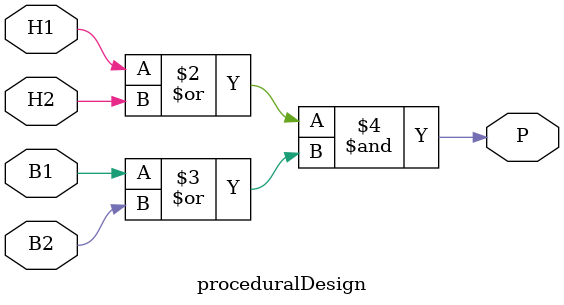
<source format=v>
`timescale 1ns / 1ps


module proceduralDesign(H1, H2, B1, B2, P);
    input H1, H2, B1, B2;
    output reg P;
    
    always @(H1, H2, B1, B2) begin
        P <= ((H1 | H2) & (B1 | B2));
    end
endmodule
</source>
